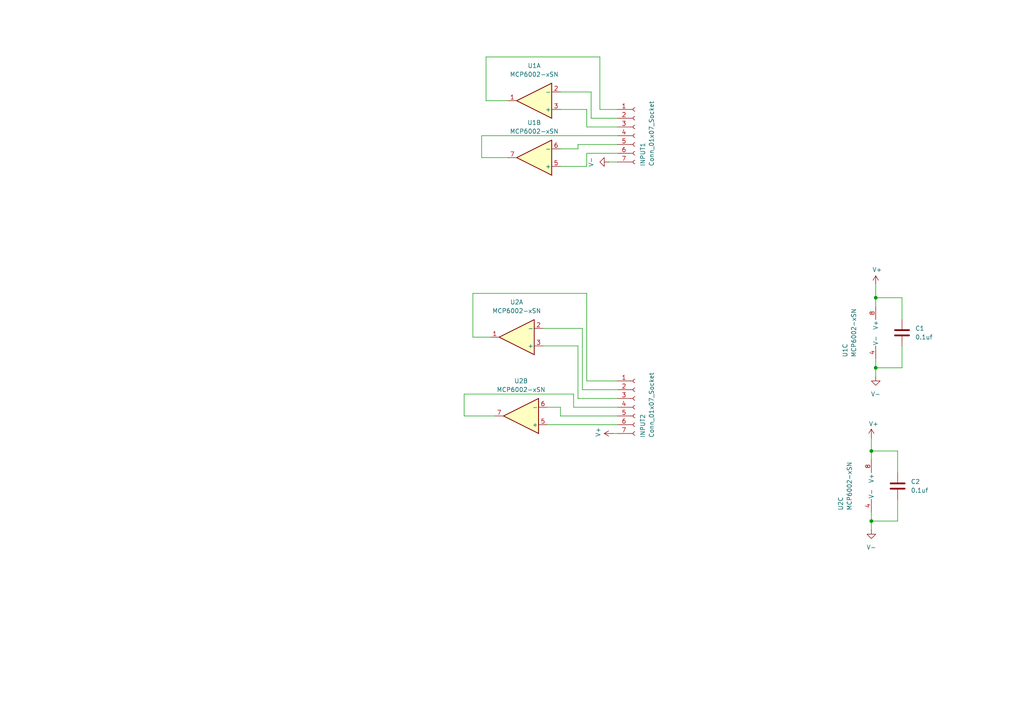
<source format=kicad_sch>
(kicad_sch (version 20231120) (generator "eeschema") (generator_version "8.0")
  (paper "A4")
  (lib_symbols
    (symbol "Amplifier_Operational:MCP6002-xSN" (pin_names (offset 0.127))
      (property "Reference" "U" (at 0 5.08 0))
      (property "Value" "MCP6002-xSN" (at 0 -5.08 0))
      (symbol "MCP6002-xSN_1_1"
        (polyline (pts (xy -5.08 5.08) (xy 5.08 0) (xy -5.08 -5.08) (xy -5.08 5.08)) (stroke (width 0.254)) (fill (type background)))
        (pin output line (at 7.62 0 180) (length 2.54) (name "~") (number "1"))
        (pin input line (at -7.62 -2.54 0) (length 2.54) (name "-") (number "2"))
        (pin input line (at -7.62 2.54 0) (length 2.54) (name "+") (number "3"))
      )
      (symbol "MCP6002-xSN_2_1"
        (polyline (pts (xy -5.08 5.08) (xy 5.08 0) (xy -5.08 -5.08) (xy -5.08 5.08)) (stroke (width 0.254)) (fill (type background)))
        (pin input line (at -7.62 2.54 0) (length 2.54) (name "+") (number "5"))
        (pin input line (at -7.62 -2.54 0) (length 2.54) (name "-") (number "6"))
        (pin output line (at 7.62 0 180) (length 2.54) (name "~") (number "7"))
      )
      (symbol "MCP6002-xSN_3_1"
        (pin power_in line (at -2.54 -7.62 90) (length 3.81) (name "V-") (number "4"))
        (pin power_in line (at -2.54 7.62 270) (length 3.81) (name "V+") (number "8"))
      )
    )
    (symbol "Connector:Conn_01x07_Socket" (pin_names (offset 1.016) hide)
      (property "Reference" "J" (at 0 10.16 0))
      (property "Value" "Conn_01x07_Socket" (at 0 -10.16 0))
      (symbol "Conn_01x07_Socket_1_1"
        (arc (start 0 -7.112) (mid -0.5058 -7.62) (end 0 -8.128) (stroke (width 0.1524)))
        (arc (start 0 -4.572) (mid -0.5058 -5.08) (end 0 -5.588) (stroke (width 0.1524)))
        (arc (start 0 -2.032) (mid -0.5058 -2.54) (end 0 -3.048) (stroke (width 0.1524)))
        (polyline (pts (xy -1.27 -7.62) (xy -0.508 -7.62)) (stroke (width 0.1524)))
        (polyline (pts (xy -1.27 -5.08) (xy -0.508 -5.08)) (stroke (width 0.1524)))
        (polyline (pts (xy -1.27 -2.54) (xy -0.508 -2.54)) (stroke (width 0.1524)))
        (polyline (pts (xy -1.27 0) (xy -0.508 0)) (stroke (width 0.1524)))
        (polyline (pts (xy -1.27 2.54) (xy -0.508 2.54)) (stroke (width 0.1524)))
        (polyline (pts (xy -1.27 5.08) (xy -0.508 5.08)) (stroke (width 0.1524)))
        (polyline (pts (xy -1.27 7.62) (xy -0.508 7.62)) (stroke (width 0.1524)))
        (arc (start 0 0.508) (mid -0.5058 0) (end 0 -0.508) (stroke (width 0.1524)))
        (arc (start 0 3.048) (mid -0.5058 2.54) (end 0 2.032) (stroke (width 0.1524)))
        (arc (start 0 5.588) (mid -0.5058 5.08) (end 0 4.572) (stroke (width 0.1524)))
        (arc (start 0 8.128) (mid -0.5058 7.62) (end 0 7.112) (stroke (width 0.1524)))
        (pin passive line (at -5.08 7.62 0) (length 3.81) (name "Pin_1") (number "1"))
        (pin passive line (at -5.08 5.08 0) (length 3.81) (name "Pin_2") (number "2"))
        (pin passive line (at -5.08 2.54 0) (length 3.81) (name "Pin_3") (number "3"))
        (pin passive line (at -5.08 0 0) (length 3.81) (name "Pin_4") (number "4"))
        (pin passive line (at -5.08 -2.54 0) (length 3.81) (name "Pin_5") (number "5"))
        (pin passive line (at -5.08 -5.08 0) (length 3.81) (name "Pin_6") (number "6"))
        (pin passive line (at -5.08 -7.62 0) (length 3.81) (name "Pin_7") (number "7"))
      )
    )
    (symbol "Device:C" (pin_numbers hide) (pin_names (offset 0.254))
      (property "Reference" "C" (at 0.635 2.54 0))
      (property "Value" "C" (at 0.635 -2.54 0))
      (symbol "C_0_1"
        (polyline (pts (xy -2.032 -0.762) (xy 2.032 -0.762)) (stroke (width 0.508)))
        (polyline (pts (xy -2.032 0.762) (xy 2.032 0.762)) (stroke (width 0.508)))
      )
      (symbol "C_1_1"
        (pin passive line (at 0 3.81 270) (length 2.794) (name "~") (number "1"))
        (pin passive line (at 0 -3.81 90) (length 2.794) (name "~") (number "2"))
      )
    )
    (symbol "power:+5V" (power) (pin_numbers hide) (pin_names (offset 0) hide)
      (property "Value" "+5V" (at 0 3.556 0))
      (symbol "+5V_0_1"
        (polyline (pts (xy -0.762 1.27) (xy 0 2.54)))
        (polyline (pts (xy 0 0) (xy 0 2.54)))
        (polyline (pts (xy 0 2.54) (xy 0.762 1.27)))
      )
      (symbol "+5V_1_1"
        (pin power_in line (at 0 0 90) (length 0) (name "~") (number "1"))
      )
    )
    (symbol "power:GND" (power) (pin_numbers hide) (pin_names (offset 0) hide)
      (property "Value" "GND" (at 0 -3.81 0))
      (symbol "GND_0_1"
        (polyline (pts (xy 0 0) (xy 0 -1.27) (xy 1.27 -1.27) (xy 0 -2.54) (xy -1.27 -1.27) (xy 0 -1.27)))
      )
      (symbol "GND_1_1"
        (pin power_in line (at 0 0 270) (length 0) (name "~") (number "1"))
      )
    )
  )
  (junction (at 254 106.68))
  (junction (at 252.73 151.13))
  (junction (at 252.73 130.81))
  (junction (at 254 86.36))
  (wire (pts (xy 170.18 31.75) (xy 170.18 36.83)))
  (wire (pts (xy 171.45 26.67) (xy 171.45 34.29)))
  (wire (pts (xy 162.56 31.75) (xy 170.18 31.75)))
  (wire (pts (xy 252.73 130.81) (xy 252.73 133.35)))
  (wire (pts (xy 162.56 26.67) (xy 171.45 26.67)))
  (wire (pts (xy 134.62 120.65) (xy 134.62 114.3)))
  (wire (pts (xy 140.97 29.21) (xy 140.97 16.51)))
  (wire (pts (xy 162.56 120.65) (xy 179.07 120.65)))
  (wire (pts (xy 168.91 113.03) (xy 179.07 113.03)))
  (wire (pts (xy 173.99 16.51) (xy 173.99 31.75)))
  (wire (pts (xy 254 86.36) (xy 254 88.9)))
  (wire (pts (xy 166.37 118.11) (xy 179.07 118.11)))
  (wire (pts (xy 261.62 86.36) (xy 254 86.36)))
  (wire (pts (xy 147.32 29.21) (xy 140.97 29.21)))
  (wire (pts (xy 143.51 120.65) (xy 134.62 120.65)))
  (wire (pts (xy 260.35 130.81) (xy 252.73 130.81)))
  (wire (pts (xy 170.18 85.09) (xy 170.18 110.49)))
  (wire (pts (xy 171.45 34.29) (xy 179.07 34.29)))
  (wire (pts (xy 254 106.68) (xy 254 104.14)))
  (wire (pts (xy 158.75 118.11) (xy 162.56 118.11)))
  (wire (pts (xy 261.62 100.33) (xy 261.62 106.68)))
  (wire (pts (xy 260.35 137.16) (xy 260.35 130.81)))
  (wire (pts (xy 158.75 123.19) (xy 179.07 123.19)))
  (wire (pts (xy 168.91 95.25) (xy 168.91 113.03)))
  (wire (pts (xy 260.35 151.13) (xy 252.73 151.13)))
  (wire (pts (xy 166.37 114.3) (xy 166.37 118.11)))
  (wire (pts (xy 147.32 45.72) (xy 139.7 45.72)))
  (wire (pts (xy 252.73 153.67) (xy 252.73 151.13)))
  (wire (pts (xy 177.8 125.73) (xy 179.07 125.73)))
  (wire (pts (xy 254 82.55) (xy 254 86.36)))
  (wire (pts (xy 170.18 36.83) (xy 179.07 36.83)))
  (wire (pts (xy 157.48 100.33) (xy 167.64 100.33)))
  (wire (pts (xy 162.56 43.18) (xy 167.64 43.18)))
  (wire (pts (xy 167.64 115.57) (xy 179.07 115.57)))
  (wire (pts (xy 142.24 97.79) (xy 137.16 97.79)))
  (wire (pts (xy 162.56 48.26) (xy 170.18 48.26)))
  (wire (pts (xy 176.53 46.99) (xy 179.07 46.99)))
  (wire (pts (xy 134.62 114.3) (xy 166.37 114.3)))
  (wire (pts (xy 167.64 43.18) (xy 167.64 41.91)))
  (wire (pts (xy 261.62 92.71) (xy 261.62 86.36)))
  (wire (pts (xy 167.64 41.91) (xy 179.07 41.91)))
  (wire (pts (xy 170.18 44.45) (xy 179.07 44.45)))
  (wire (pts (xy 260.35 144.78) (xy 260.35 151.13)))
  (wire (pts (xy 139.7 39.37) (xy 179.07 39.37)))
  (wire (pts (xy 252.73 151.13) (xy 252.73 148.59)))
  (wire (pts (xy 137.16 85.09) (xy 170.18 85.09)))
  (wire (pts (xy 140.97 16.51) (xy 173.99 16.51)))
  (wire (pts (xy 162.56 118.11) (xy 162.56 120.65)))
  (wire (pts (xy 167.64 100.33) (xy 167.64 115.57)))
  (wire (pts (xy 170.18 110.49) (xy 179.07 110.49)))
  (wire (pts (xy 252.73 127) (xy 252.73 130.81)))
  (wire (pts (xy 137.16 97.79) (xy 137.16 85.09)))
  (wire (pts (xy 170.18 48.26) (xy 170.18 44.45)))
  (wire (pts (xy 139.7 39.37) (xy 139.7 45.72)))
  (wire (pts (xy 157.48 95.25) (xy 168.91 95.25)))
  (wire (pts (xy 261.62 106.68) (xy 254 106.68)))
  (wire (pts (xy 254 109.22) (xy 254 106.68)))
  (wire (pts (xy 173.99 31.75) (xy 179.07 31.75)))
  (symbol (lib_id "power:+5V") (at 252.73 127 0) (unit 1)
    (property "Reference" "#PWR03" (effects (hide yes)))
    (property "Value" "V+" (at 251.968 122.936 0) (effects (justify left)))
    (property "Description" "Power symbol creates a global label with name \"+5V\"" (effects (hide yes)))
  )
  (symbol (lib_id "Amplifier_Operational:MCP6002-xSN") (at 256.54 96.52 0) (unit 3)
    (property "Reference" "U1" (at 245.11 103.632 90) (effects (justify left)))
    (property "Value" "MCP6002-xSN" (at 247.65 103.632 90) (effects (justify left)))
    (property "Footprint" "Package_SO:SOIC-8-1EP_3.9x4.9mm_P1.27mm_EP2.29x3mm" (effects (hide yes)))
    (property "Datasheet" "http://ww1.microchip.com/downloads/en/DeviceDoc/21733j.pdf" (effects (hide yes)))
    (property "Description" "1MHz, Low-Power Op Amp, SOIC-8" (effects (hide yes)))
    (property "Sim.Library" "${KICAD8_SYMBOL_DIR}/Simulation_SPICE.sp" (effects (hide yes)))
    (property "Sim.Name" "kicad_builtin_opamp_dual" (effects (hide yes)))
    (property "Sim.Device" "SUBCKT" (effects (hide yes)))
    (property "Sim.Pins" "1=out1 2=in1- 3=in1+ 4=vee 5=in2+ 6=in2- 7=out2 8=vcc" (effects (hide yes)))
  )
  (symbol (lib_id "Amplifier_Operational:MCP6002-xSN") (at 151.13 120.65 180) (unit 2)
    (property "Reference" "U2" (at 151.13 110.49 0))
    (property "Value" "MCP6002-xSN" (at 151.13 113.03 0))
    (property "Footprint" "Package_SO:SOIC-8-1EP_3.9x4.9mm_P1.27mm_EP2.29x3mm" (effects (hide yes)))
    (property "Datasheet" "http://ww1.microchip.com/downloads/en/DeviceDoc/21733j.pdf" (effects (hide yes)))
    (property "Description" "1MHz, Low-Power Op Amp, SOIC-8" (effects (hide yes)))
    (property "Sim.Library" "${KICAD8_SYMBOL_DIR}/Simulation_SPICE.sp" (effects (hide yes)))
    (property "Sim.Name" "kicad_builtin_opamp_dual" (effects (hide yes)))
    (property "Sim.Device" "SUBCKT" (effects (hide yes)))
    (property "Sim.Pins" "1=out1 2=in1- 3=in1+ 4=vee 5=in2+ 6=in2- 7=out2 8=vcc" (effects (hide yes)))
  )
  (symbol (lib_id "power:GND") (at 254 109.22 0) (unit 1)
    (property "Reference" "#PWR02" (effects (hide yes)))
    (property "Value" "V-" (at 254 114.3 0))
    (property "Description" "Power symbol creates a global label with name \"GND\" , ground" (effects (hide yes)))
  )
  (symbol (lib_id "Amplifier_Operational:MCP6002-xSN") (at 255.27 140.97 0) (unit 3)
    (property "Reference" "U2" (at 243.84 148.082 90) (effects (justify left)))
    (property "Value" "MCP6002-xSN" (at 246.38 148.082 90) (effects (justify left)))
    (property "Footprint" "Package_SO:SOIC-8-1EP_3.9x4.9mm_P1.27mm_EP2.29x3mm" (effects (hide yes)))
    (property "Datasheet" "http://ww1.microchip.com/downloads/en/DeviceDoc/21733j.pdf" (effects (hide yes)))
    (property "Description" "1MHz, Low-Power Op Amp, SOIC-8" (effects (hide yes)))
    (property "Sim.Library" "${KICAD8_SYMBOL_DIR}/Simulation_SPICE.sp" (effects (hide yes)))
    (property "Sim.Name" "kicad_builtin_opamp_dual" (effects (hide yes)))
    (property "Sim.Device" "SUBCKT" (effects (hide yes)))
    (property "Sim.Pins" "1=out1 2=in1- 3=in1+ 4=vee 5=in2+ 6=in2- 7=out2 8=vcc" (effects (hide yes)))
  )
  (symbol (lib_id "Connector:Conn_01x07_Socket") (at 184.15 118.11 0) (unit 1)
    (property "Reference" "INPUT2" (at 186.436 127 90) (effects (justify left)))
    (property "Value" "Conn_01x07_Socket" (at 188.976 127 90) (effects (justify left)))
    (property "Footprint" "Connector_PinSocket_2.54mm:PinSocket_1x07_P2.54mm_Vertical" (effects (hide yes)))
    (property "Description" "Generic connector, single row, 01x07, script generated" (effects (hide yes)))
  )
  (symbol (lib_id "power:GND") (at 176.53 46.99 270) (unit 1)
    (property "Reference" "#PWR06" (effects (hide yes)))
    (property "Value" "V-" (at 171.45 46.99 0))
    (property "Description" "Power symbol creates a global label with name \"GND\" , ground" (effects (hide yes)))
  )
  (symbol (lib_id "Amplifier_Operational:MCP6002-xSN") (at 154.94 29.21 180) (unit 1)
    (property "Reference" "U1" (at 154.94 19.05 0))
    (property "Value" "MCP6002-xSN" (at 154.94 21.59 0))
    (property "Footprint" "Package_SO:SOIC-8-1EP_3.9x4.9mm_P1.27mm_EP2.29x3mm" (effects (hide yes)))
    (property "Datasheet" "http://ww1.microchip.com/downloads/en/DeviceDoc/21733j.pdf" (effects (hide yes)))
    (property "Description" "1MHz, Low-Power Op Amp, SOIC-8" (effects (hide yes)))
    (property "Sim.Library" "${KICAD8_SYMBOL_DIR}/Simulation_SPICE.sp" (effects (hide yes)))
    (property "Sim.Name" "kicad_builtin_opamp_dual" (effects (hide yes)))
    (property "Sim.Device" "SUBCKT" (effects (hide yes)))
    (property "Sim.Pins" "1=out1 2=in1- 3=in1+ 4=vee 5=in2+ 6=in2- 7=out2 8=vcc" (effects (hide yes)))
  )
  (symbol (lib_id "Amplifier_Operational:MCP6002-xSN") (at 149.86 97.79 180) (unit 1)
    (property "Reference" "U2" (at 149.86 87.63 0))
    (property "Value" "MCP6002-xSN" (at 149.86 90.17 0))
    (property "Footprint" "Package_SO:SOIC-8-1EP_3.9x4.9mm_P1.27mm_EP2.29x3mm" (effects (hide yes)))
    (property "Datasheet" "http://ww1.microchip.com/downloads/en/DeviceDoc/21733j.pdf" (effects (hide yes)))
    (property "Description" "1MHz, Low-Power Op Amp, SOIC-8" (effects (hide yes)))
    (property "Sim.Library" "${KICAD8_SYMBOL_DIR}/Simulation_SPICE.sp" (effects (hide yes)))
    (property "Sim.Name" "kicad_builtin_opamp_dual" (effects (hide yes)))
    (property "Sim.Device" "SUBCKT" (effects (hide yes)))
    (property "Sim.Pins" "1=out1 2=in1- 3=in1+ 4=vee 5=in2+ 6=in2- 7=out2 8=vcc" (effects (hide yes)))
  )
  (symbol (lib_id "Device:C") (at 260.35 140.97 0) (unit 1)
    (property "Reference" "C2" (at 264.16 139.6999 0) (effects (justify left)))
    (property "Value" "0.1uf" (at 264.16 142.2399 0) (effects (justify left)))
    (property "Footprint" "Capacitor_SMD:C_0402_1005Metric" (effects (hide yes)))
    (property "Description" "Unpolarized capacitor" (effects (hide yes)))
  )
  (symbol (lib_id "Amplifier_Operational:MCP6002-xSN") (at 154.94 45.72 180) (unit 2)
    (property "Reference" "U1" (at 154.94 35.56 0))
    (property "Value" "MCP6002-xSN" (at 154.94 38.1 0))
    (property "Footprint" "Package_SO:SOIC-8-1EP_3.9x4.9mm_P1.27mm_EP2.29x3mm" (effects (hide yes)))
    (property "Datasheet" "http://ww1.microchip.com/downloads/en/DeviceDoc/21733j.pdf" (effects (hide yes)))
    (property "Description" "1MHz, Low-Power Op Amp, SOIC-8" (effects (hide yes)))
    (property "Sim.Library" "${KICAD8_SYMBOL_DIR}/Simulation_SPICE.sp" (effects (hide yes)))
    (property "Sim.Name" "kicad_builtin_opamp_dual" (effects (hide yes)))
    (property "Sim.Device" "SUBCKT" (effects (hide yes)))
    (property "Sim.Pins" "1=out1 2=in1- 3=in1+ 4=vee 5=in2+ 6=in2- 7=out2 8=vcc" (effects (hide yes)))
  )
  (symbol (lib_id "power:GND") (at 252.73 153.67 0) (unit 1)
    (property "Reference" "#PWR04" (effects (hide yes)))
    (property "Value" "V-" (at 252.73 158.75 0))
    (property "Description" "Power symbol creates a global label with name \"GND\" , ground" (effects (hide yes)))
  )
  (symbol (lib_id "Connector:Conn_01x07_Socket") (at 184.15 39.37 0) (unit 1)
    (property "Reference" "INPUT1" (at 186.436 48.26 90) (effects (justify left)))
    (property "Value" "Conn_01x07_Socket" (at 188.976 48.26 90) (effects (justify left)))
    (property "Footprint" "Connector_PinSocket_2.54mm:PinSocket_1x07_P2.54mm_Vertical" (effects (hide yes)))
    (property "Description" "Generic connector, single row, 01x07, script generated" (effects (hide yes)))
  )
  (symbol (lib_id "power:+5V") (at 254 82.55 0) (unit 1)
    (property "Reference" "#PWR01" (effects (hide yes)))
    (property "Value" "V+" (at 252.984 78.232 0) (effects (justify left)))
    (property "Description" "Power symbol creates a global label with name \"+5V\"" (effects (hide yes)))
  )
  (symbol (lib_id "Device:C") (at 261.62 96.52 0) (unit 1)
    (property "Reference" "C1" (at 265.43 95.2499 0) (effects (justify left)))
    (property "Value" "0.1uf" (at 265.43 97.7899 0) (effects (justify left)))
    (property "Footprint" "Capacitor_SMD:C_0402_1005Metric" (effects (hide yes)))
    (property "Description" "Unpolarized capacitor" (effects (hide yes)))
  )
  (symbol (lib_id "power:+5V") (at 177.8 125.73 90) (unit 1)
    (property "Reference" "#PWR05" (effects (hide yes)))
    (property "Value" "V+" (at 173.482 126.746 0) (effects (justify left)))
    (property "Description" "Power symbol creates a global label with name \"+5V\"" (effects (hide yes)))
  )
)
</source>
